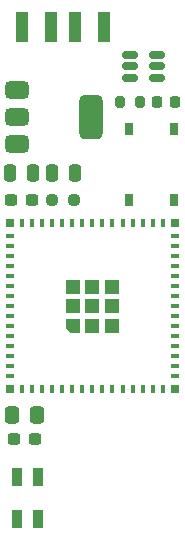
<source format=gbr>
%TF.GenerationSoftware,KiCad,Pcbnew,9.0.7*%
%TF.CreationDate,2026-01-14T01:24:10+01:00*%
%TF.ProjectId,pixel-led,70697865-6c2d-46c6-9564-2e6b69636164,1.2*%
%TF.SameCoordinates,Original*%
%TF.FileFunction,Paste,Top*%
%TF.FilePolarity,Positive*%
%FSLAX46Y46*%
G04 Gerber Fmt 4.6, Leading zero omitted, Abs format (unit mm)*
G04 Created by KiCad (PCBNEW 9.0.7) date 2026-01-14 01:24:10*
%MOMM*%
%LPD*%
G01*
G04 APERTURE LIST*
G04 Aperture macros list*
%AMRoundRect*
0 Rectangle with rounded corners*
0 $1 Rounding radius*
0 $2 $3 $4 $5 $6 $7 $8 $9 X,Y pos of 4 corners*
0 Add a 4 corners polygon primitive as box body*
4,1,4,$2,$3,$4,$5,$6,$7,$8,$9,$2,$3,0*
0 Add four circle primitives for the rounded corners*
1,1,$1+$1,$2,$3*
1,1,$1+$1,$4,$5*
1,1,$1+$1,$6,$7*
1,1,$1+$1,$8,$9*
0 Add four rect primitives between the rounded corners*
20,1,$1+$1,$2,$3,$4,$5,0*
20,1,$1+$1,$4,$5,$6,$7,0*
20,1,$1+$1,$6,$7,$8,$9,0*
20,1,$1+$1,$8,$9,$2,$3,0*%
%AMOutline5P*
0 Free polygon, 5 corners , with rotation*
0 The origin of the aperture is its center*
0 number of corners: always 5*
0 $1 to $10 corner X, Y*
0 $11 Rotation angle, in degrees counterclockwise*
0 create outline with 5 corners*
4,1,5,$1,$2,$3,$4,$5,$6,$7,$8,$9,$10,$1,$2,$11*%
%AMOutline6P*
0 Free polygon, 6 corners , with rotation*
0 The origin of the aperture is its center*
0 number of corners: always 6*
0 $1 to $12 corner X, Y*
0 $13 Rotation angle, in degrees counterclockwise*
0 create outline with 6 corners*
4,1,6,$1,$2,$3,$4,$5,$6,$7,$8,$9,$10,$11,$12,$1,$2,$13*%
%AMOutline7P*
0 Free polygon, 7 corners , with rotation*
0 The origin of the aperture is its center*
0 number of corners: always 7*
0 $1 to $14 corner X, Y*
0 $15 Rotation angle, in degrees counterclockwise*
0 create outline with 7 corners*
4,1,7,$1,$2,$3,$4,$5,$6,$7,$8,$9,$10,$11,$12,$13,$14,$1,$2,$15*%
%AMOutline8P*
0 Free polygon, 8 corners , with rotation*
0 The origin of the aperture is its center*
0 number of corners: always 8*
0 $1 to $16 corner X, Y*
0 $17 Rotation angle, in degrees counterclockwise*
0 create outline with 8 corners*
4,1,8,$1,$2,$3,$4,$5,$6,$7,$8,$9,$10,$11,$12,$13,$14,$15,$16,$1,$2,$17*%
G04 Aperture macros list end*
%ADD10RoundRect,0.200000X-0.200000X-0.275000X0.200000X-0.275000X0.200000X0.275000X-0.200000X0.275000X0*%
%ADD11RoundRect,0.250000X0.250000X0.475000X-0.250000X0.475000X-0.250000X-0.475000X0.250000X-0.475000X0*%
%ADD12RoundRect,0.237500X0.250000X0.237500X-0.250000X0.237500X-0.250000X-0.237500X0.250000X-0.237500X0*%
%ADD13R,0.850000X1.600000*%
%ADD14RoundRect,0.375000X-0.625000X-0.375000X0.625000X-0.375000X0.625000X0.375000X-0.625000X0.375000X0*%
%ADD15RoundRect,0.500000X-0.500000X-1.400000X0.500000X-1.400000X0.500000X1.400000X-0.500000X1.400000X0*%
%ADD16RoundRect,0.237500X0.300000X0.237500X-0.300000X0.237500X-0.300000X-0.237500X0.300000X-0.237500X0*%
%ADD17RoundRect,0.225000X-0.225000X-0.250000X0.225000X-0.250000X0.225000X0.250000X-0.225000X0.250000X0*%
%ADD18RoundRect,0.150000X-0.512500X-0.150000X0.512500X-0.150000X0.512500X0.150000X-0.512500X0.150000X0*%
%ADD19R,0.400000X0.800000*%
%ADD20R,0.800000X0.400000*%
%ADD21Outline5P,-0.600000X0.204000X-0.204000X0.600000X0.600000X0.600000X0.600000X-0.600000X-0.600000X-0.600000X90.000000*%
%ADD22R,1.200000X1.200000*%
%ADD23R,0.800000X0.800000*%
%ADD24R,1.100000X2.500000*%
%ADD25R,0.750000X1.000000*%
%ADD26RoundRect,0.250000X0.337500X0.475000X-0.337500X0.475000X-0.337500X-0.475000X0.337500X-0.475000X0*%
%ADD27RoundRect,0.250000X-0.250000X-0.475000X0.250000X-0.475000X0.250000X0.475000X-0.250000X0.475000X0*%
G04 APERTURE END LIST*
D10*
%TO.C,R4*%
X104839000Y-52000000D03*
X106489000Y-52000000D03*
%TD*%
D11*
%TO.C,C1*%
X101000000Y-58000000D03*
X99100000Y-58000000D03*
%TD*%
D12*
%TO.C,R3*%
X100912500Y-60250000D03*
X99087500Y-60250000D03*
%TD*%
D13*
%TO.C,D1*%
X97875000Y-83750000D03*
X96125000Y-83750000D03*
X96125000Y-87250000D03*
X97875000Y-87250000D03*
%TD*%
D14*
%TO.C,U1*%
X96100000Y-50950000D03*
X96100000Y-53250000D03*
D15*
X102400000Y-53250000D03*
D14*
X96100000Y-55550000D03*
%TD*%
D16*
%TO.C,C4*%
X97612500Y-80500000D03*
X95887500Y-80500000D03*
%TD*%
D17*
%TO.C,C5*%
X107975000Y-52000000D03*
X109525000Y-52000000D03*
%TD*%
D18*
%TO.C,U4*%
X105725000Y-48000000D03*
X105725000Y-48950000D03*
X105725000Y-49900000D03*
X108000000Y-49900000D03*
X108000000Y-48950000D03*
X108000000Y-48000000D03*
%TD*%
D19*
%TO.C,U3*%
X96550000Y-76250000D03*
X97400000Y-76250000D03*
X98250000Y-76250000D03*
X99100000Y-76250000D03*
X99950000Y-76250000D03*
X100800000Y-76250000D03*
X101650000Y-76250000D03*
X102500000Y-76250000D03*
X103350000Y-76250000D03*
X104200000Y-76250000D03*
X105050000Y-76250000D03*
X105900000Y-76250000D03*
X106750000Y-76250000D03*
X107600000Y-76250000D03*
X108450000Y-76250000D03*
D20*
X109500000Y-75200000D03*
X109500000Y-74350000D03*
X109500000Y-73500000D03*
X109500000Y-72650000D03*
X109500000Y-71800000D03*
X109500000Y-70950000D03*
X109500000Y-70100000D03*
X109500000Y-69250000D03*
X109500000Y-68400000D03*
X109500000Y-67550000D03*
X109500000Y-66700000D03*
X109500000Y-65850000D03*
X109500000Y-65000000D03*
X109500000Y-64150000D03*
X109500000Y-63300000D03*
D19*
X108450000Y-62250000D03*
X107600000Y-62250000D03*
X106750000Y-62250000D03*
X105900000Y-62250000D03*
X105050000Y-62250000D03*
X104200000Y-62250000D03*
X103350000Y-62250000D03*
X102500000Y-62250000D03*
X101650000Y-62250000D03*
X100800000Y-62250000D03*
X99950000Y-62250000D03*
X99100000Y-62250000D03*
X98250000Y-62250000D03*
X97400000Y-62250000D03*
X96550000Y-62250000D03*
D20*
X95500000Y-63300000D03*
X95500000Y-64150000D03*
X95500000Y-65000000D03*
X95500000Y-65850000D03*
X95500000Y-66700000D03*
X95500000Y-67550000D03*
X95500000Y-68400000D03*
X95500000Y-69250000D03*
X95500000Y-70100000D03*
X95500000Y-70950000D03*
X95500000Y-71800000D03*
X95500000Y-72650000D03*
X95500000Y-73500000D03*
X95500000Y-74350000D03*
X95500000Y-75200000D03*
D21*
X100850000Y-70900000D03*
D22*
X102500000Y-70900000D03*
X104150000Y-70900000D03*
X100850000Y-69250000D03*
X102500000Y-69250000D03*
X104150000Y-69250000D03*
X100850000Y-67600000D03*
X102500000Y-67600000D03*
X104150000Y-67600000D03*
D23*
X95500000Y-76250000D03*
X109500000Y-76250000D03*
X109500000Y-62250000D03*
X95500000Y-62250000D03*
%TD*%
D24*
%TO.C,J2*%
X96500000Y-45650000D03*
X99000000Y-45650000D03*
X101000000Y-45650000D03*
X103500000Y-45650000D03*
%TD*%
D25*
%TO.C,SW2*%
X105625000Y-60250000D03*
X105625000Y-54250000D03*
X109375000Y-60250000D03*
X109375000Y-54250000D03*
%TD*%
D26*
%TO.C,C7*%
X97787500Y-78500000D03*
X95712500Y-78500000D03*
%TD*%
D16*
%TO.C,C3*%
X97362500Y-60250000D03*
X95637500Y-60250000D03*
%TD*%
D27*
%TO.C,C2*%
X95550000Y-58000000D03*
X97450000Y-58000000D03*
%TD*%
M02*

</source>
